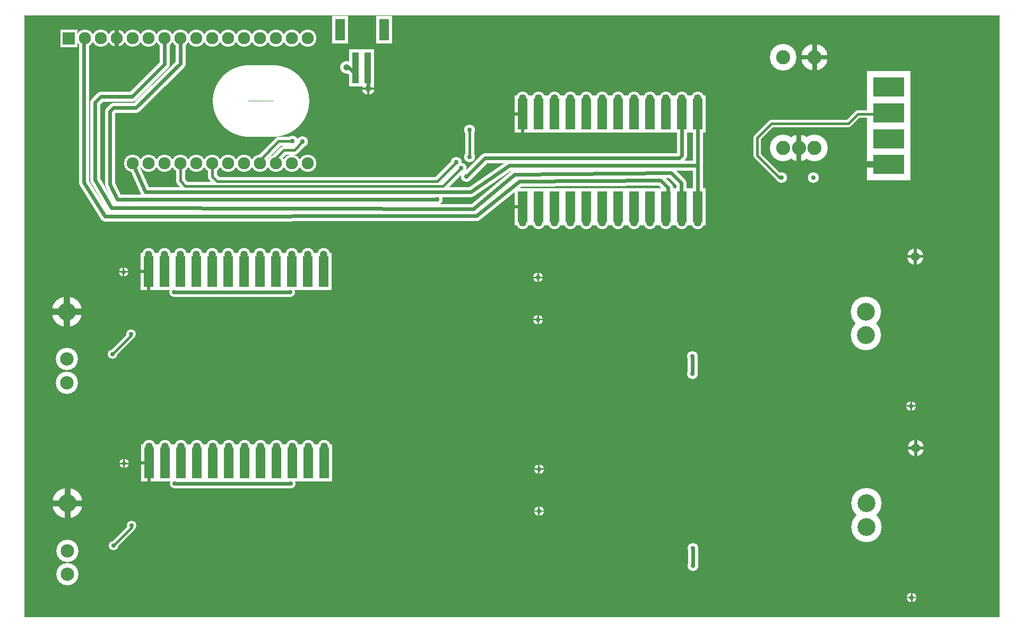
<source format=gbr>
%FSLAX34Y34*%
%MOMM*%
%LNCOPPER_BOTTOM*%
G71*
G01*
%ADD10C,4.250*%
%ADD11C,3.550*%
%ADD12C,4.850*%
%ADD13C,2.600*%
%ADD14C,1.700*%
%ADD15C,1.600*%
%ADD16C,1.500*%
%ADD17C,1.200*%
%ADD18R,2.550X6.000*%
%ADD19C,1.400*%
%ADD20C,2.050*%
%ADD21C,1.750*%
%ADD22C,1.550*%
%ADD23R,7.000X5.050*%
%ADD24C,11.400*%
%ADD25C,2.750*%
%ADD26R,2.000X6.000*%
%ADD27R,2.500X4.400*%
%ADD28C,2.000*%
%ADD29C,0.750*%
%ADD30C,0.950*%
%ADD31C,0.467*%
%ADD32C,0.233*%
%ADD33C,0.517*%
%ADD34C,0.250*%
%ADD35C,1.017*%
%ADD36C,0.650*%
%ADD37C,0.333*%
%ADD38C,2.250*%
%ADD39C,2.150*%
%ADD40C,2.850*%
%ADD41C,1.400*%
%ADD42C,0.700*%
%ADD43C,0.600*%
%ADD44C,0.400*%
%ADD45R,1.550X5.000*%
%ADD46C,1.250*%
%ADD47C,0.750*%
%ADD48R,5.000X3.050*%
%ADD49C,0.000*%
%ADD50C,1.950*%
%ADD51R,1.000X5.000*%
%ADD52R,1.500X3.400*%
%ADD53C,1.000*%
%LPD*%
G36*
X0Y1500000D02*
X1556000Y1500000D01*
X1556000Y539000D01*
X0Y539000D01*
X0Y1500000D01*
G37*
%LPC*%
X1211100Y1287700D02*
G54D10*
D03*
X1261100Y1287700D02*
G54D10*
D03*
X1236100Y1287700D02*
G54D10*
D03*
X1211100Y1432700D02*
G54D10*
D03*
X1261100Y1432700D02*
G54D10*
D03*
X67800Y913200D02*
G54D11*
D03*
X67800Y950900D02*
G54D11*
D03*
X67800Y1026300D02*
G54D12*
D03*
X1342700Y989000D02*
G54D12*
D03*
X1342700Y1026700D02*
G54D12*
D03*
X1421503Y1114674D02*
G54D13*
D03*
X1066000Y927000D02*
G54D14*
D03*
X1066000Y955000D02*
G54D14*
D03*
G54D15*
X1066000Y955000D02*
X1066000Y927000D01*
X158000Y1090000D02*
G54D16*
D03*
X141000Y959000D02*
G54D16*
D03*
X170000Y991000D02*
G54D16*
D03*
G54D17*
X170000Y991000D02*
X170000Y988000D01*
X141000Y959000D01*
X477700Y1091000D02*
G54D18*
D03*
X452300Y1091000D02*
G54D18*
D03*
X426900Y1091000D02*
G54D18*
D03*
X401500Y1091000D02*
G54D18*
D03*
X376100Y1091000D02*
G54D18*
D03*
X350700Y1091000D02*
G54D18*
D03*
X325300Y1091000D02*
G54D18*
D03*
X299900Y1091000D02*
G54D18*
D03*
X274500Y1091000D02*
G54D18*
D03*
X249100Y1091000D02*
G54D18*
D03*
X223700Y1091000D02*
G54D18*
D03*
X198300Y1091000D02*
G54D18*
D03*
X239000Y1058000D02*
G54D16*
D03*
X424200Y1058000D02*
G54D16*
D03*
G54D19*
X239000Y1058000D02*
X424200Y1058000D01*
X223700Y1091000D02*
G54D16*
D03*
X249100Y1091000D02*
G54D16*
D03*
X274500Y1091000D02*
G54D16*
D03*
X299900Y1091000D02*
G54D16*
D03*
X325300Y1091000D02*
G54D16*
D03*
X350700Y1091000D02*
G54D16*
D03*
X376100Y1091000D02*
G54D16*
D03*
X401500Y1091000D02*
G54D16*
D03*
X426900Y1091000D02*
G54D16*
D03*
X452300Y1091000D02*
G54D16*
D03*
X477700Y1091000D02*
G54D16*
D03*
X198300Y1091000D02*
G54D16*
D03*
X198400Y1118200D02*
G54D20*
D03*
X223800Y1118200D02*
G54D20*
D03*
X249200Y1118200D02*
G54D20*
D03*
X274600Y1118200D02*
G54D20*
D03*
X300000Y1118200D02*
G54D20*
D03*
X325400Y1118200D02*
G54D20*
D03*
X350800Y1118200D02*
G54D20*
D03*
X376200Y1118200D02*
G54D20*
D03*
X401600Y1118200D02*
G54D20*
D03*
X427000Y1118200D02*
G54D20*
D03*
X452400Y1118200D02*
G54D20*
D03*
X477800Y1118200D02*
G54D20*
D03*
X1379400Y1385500D02*
G54D21*
D03*
X1259300Y1240300D02*
G54D21*
D03*
X1208500Y1240300D02*
G54D21*
D03*
X820000Y1081000D02*
G54D22*
D03*
X820000Y1014000D02*
G54D22*
D03*
X1415000Y876000D02*
G54D22*
D03*
X68800Y607200D02*
G54D11*
D03*
X68800Y644900D02*
G54D11*
D03*
X68800Y720300D02*
G54D12*
D03*
X1343700Y683000D02*
G54D12*
D03*
X1343700Y720700D02*
G54D12*
D03*
X1422503Y808674D02*
G54D13*
D03*
X1067000Y621000D02*
G54D14*
D03*
X1067000Y649000D02*
G54D14*
D03*
G54D15*
X1067000Y649000D02*
X1067000Y621000D01*
X159000Y784000D02*
G54D16*
D03*
X142000Y653000D02*
G54D16*
D03*
X171000Y685000D02*
G54D16*
D03*
G54D17*
X171000Y685000D02*
X171000Y682000D01*
X142000Y653000D01*
X478700Y785000D02*
G54D18*
D03*
X453300Y785000D02*
G54D18*
D03*
X427900Y785000D02*
G54D18*
D03*
X402500Y785000D02*
G54D18*
D03*
X377100Y785000D02*
G54D18*
D03*
X351700Y785000D02*
G54D18*
D03*
X326300Y785000D02*
G54D18*
D03*
X300900Y785000D02*
G54D18*
D03*
X275500Y785000D02*
G54D18*
D03*
X250100Y785000D02*
G54D18*
D03*
X224700Y785000D02*
G54D18*
D03*
X199300Y785000D02*
G54D18*
D03*
X240000Y752000D02*
G54D16*
D03*
X425200Y752000D02*
G54D16*
D03*
G54D19*
X240000Y752000D02*
X425200Y752000D01*
X224700Y785000D02*
G54D16*
D03*
X250100Y785000D02*
G54D16*
D03*
X275500Y785000D02*
G54D16*
D03*
X300900Y785000D02*
G54D16*
D03*
X326300Y785000D02*
G54D16*
D03*
X351700Y785000D02*
G54D16*
D03*
X377100Y785000D02*
G54D16*
D03*
X402500Y785000D02*
G54D16*
D03*
X427900Y785000D02*
G54D16*
D03*
X453300Y785000D02*
G54D16*
D03*
X478700Y785000D02*
G54D16*
D03*
X199300Y785000D02*
G54D16*
D03*
X821000Y775000D02*
G54D22*
D03*
X821000Y708000D02*
G54D22*
D03*
X1416000Y570000D02*
G54D22*
D03*
X199400Y811200D02*
G54D20*
D03*
X224800Y811200D02*
G54D20*
D03*
X250200Y811200D02*
G54D20*
D03*
X275600Y811200D02*
G54D20*
D03*
X301000Y811200D02*
G54D20*
D03*
X326400Y811200D02*
G54D20*
D03*
X351800Y811200D02*
G54D20*
D03*
X377200Y811200D02*
G54D20*
D03*
X402600Y811200D02*
G54D20*
D03*
X428000Y811200D02*
G54D20*
D03*
X453400Y811200D02*
G54D20*
D03*
X478800Y811200D02*
G54D20*
D03*
X1379400Y1385500D02*
G54D23*
D03*
X1379400Y1343500D02*
G54D23*
D03*
X1379400Y1302500D02*
G54D23*
D03*
X1379400Y1261500D02*
G54D23*
D03*
X1379400Y1343500D02*
G54D22*
D03*
X1379400Y1302500D02*
G54D22*
D03*
X1379400Y1261500D02*
G54D22*
D03*
G54D17*
X1203000Y1242000D02*
X1206800Y1242000D01*
X1208500Y1240300D01*
X1204700Y1240300D01*
X1169000Y1276000D01*
X1169000Y1304000D01*
X1192000Y1327000D01*
X1315000Y1327000D01*
X1330000Y1342000D01*
X1377900Y1342000D01*
X1379400Y1343500D01*
X1074700Y1194000D02*
G54D18*
D03*
X1049300Y1194000D02*
G54D18*
D03*
X1023900Y1194000D02*
G54D18*
D03*
X998500Y1194000D02*
G54D18*
D03*
X973100Y1194000D02*
G54D18*
D03*
X947700Y1194000D02*
G54D18*
D03*
X922300Y1194000D02*
G54D18*
D03*
X896900Y1194000D02*
G54D18*
D03*
X871500Y1194000D02*
G54D18*
D03*
X846100Y1194000D02*
G54D18*
D03*
X820700Y1194000D02*
G54D18*
D03*
X795300Y1194000D02*
G54D18*
D03*
X820700Y1194000D02*
G54D16*
D03*
X846100Y1194000D02*
G54D16*
D03*
X871500Y1194000D02*
G54D16*
D03*
X896900Y1194000D02*
G54D16*
D03*
X922300Y1194000D02*
G54D16*
D03*
X947700Y1194000D02*
G54D16*
D03*
X973100Y1194000D02*
G54D16*
D03*
X998500Y1194000D02*
G54D16*
D03*
X1023900Y1194000D02*
G54D16*
D03*
X1049300Y1194000D02*
G54D16*
D03*
X1074700Y1194000D02*
G54D16*
D03*
X795300Y1194000D02*
G54D16*
D03*
X1074700Y1342000D02*
G54D18*
D03*
X1049300Y1342000D02*
G54D18*
D03*
X1023900Y1342000D02*
G54D18*
D03*
X998500Y1342000D02*
G54D18*
D03*
X973100Y1342000D02*
G54D18*
D03*
X947700Y1342000D02*
G54D18*
D03*
X922300Y1342000D02*
G54D18*
D03*
X896900Y1342000D02*
G54D18*
D03*
X871500Y1342000D02*
G54D18*
D03*
X846100Y1342000D02*
G54D18*
D03*
X820700Y1342000D02*
G54D18*
D03*
X795300Y1342000D02*
G54D18*
D03*
X820700Y1342000D02*
G54D16*
D03*
X846100Y1342000D02*
G54D16*
D03*
X871500Y1342000D02*
G54D16*
D03*
X896900Y1342000D02*
G54D16*
D03*
X922300Y1342000D02*
G54D16*
D03*
X947700Y1342000D02*
G54D16*
D03*
X973100Y1342000D02*
G54D16*
D03*
X998500Y1342000D02*
G54D16*
D03*
X1023900Y1342000D02*
G54D16*
D03*
X1049300Y1342000D02*
G54D16*
D03*
X1074700Y1342000D02*
G54D16*
D03*
X795300Y1342000D02*
G54D16*
D03*
X795400Y1168200D02*
G54D20*
D03*
X820800Y1168200D02*
G54D20*
D03*
X846200Y1168200D02*
G54D20*
D03*
X871600Y1168200D02*
G54D20*
D03*
X897000Y1168200D02*
G54D20*
D03*
X922400Y1168200D02*
G54D20*
D03*
X947800Y1168200D02*
G54D20*
D03*
X973200Y1168200D02*
G54D20*
D03*
X998600Y1168200D02*
G54D20*
D03*
X1024000Y1168200D02*
G54D20*
D03*
X1049400Y1168200D02*
G54D20*
D03*
X1074800Y1168200D02*
G54D20*
D03*
X795400Y1367200D02*
G54D20*
D03*
X820800Y1367200D02*
G54D20*
D03*
X846200Y1367200D02*
G54D20*
D03*
X871600Y1367200D02*
G54D20*
D03*
X897000Y1367200D02*
G54D20*
D03*
X922400Y1367200D02*
G54D20*
D03*
X947800Y1367200D02*
G54D20*
D03*
X973200Y1367200D02*
G54D20*
D03*
X998600Y1367200D02*
G54D20*
D03*
X1024000Y1367200D02*
G54D20*
D03*
X1049400Y1367200D02*
G54D20*
D03*
X1074800Y1367200D02*
G54D20*
D03*
G54D24*
X357000Y1363000D02*
X397000Y1363000D01*
G36*
X57250Y1476750D02*
X84750Y1476750D01*
X84750Y1449250D01*
X57250Y1449250D01*
X57250Y1476750D01*
G37*
X96400Y1463000D02*
G54D25*
D03*
X121800Y1463000D02*
G54D25*
D03*
X147200Y1463000D02*
G54D25*
D03*
X172600Y1463000D02*
G54D25*
D03*
X198000Y1463000D02*
G54D25*
D03*
X223400Y1463000D02*
G54D25*
D03*
X248800Y1463000D02*
G54D25*
D03*
X274200Y1463000D02*
G54D25*
D03*
X299600Y1463000D02*
G54D25*
D03*
X325000Y1463000D02*
G54D25*
D03*
X350400Y1463000D02*
G54D25*
D03*
X375800Y1463000D02*
G54D25*
D03*
X401200Y1463000D02*
G54D25*
D03*
X426600Y1463000D02*
G54D25*
D03*
X452000Y1463000D02*
G54D25*
D03*
X172600Y1263000D02*
G54D25*
D03*
X198000Y1263000D02*
G54D25*
D03*
X223400Y1263000D02*
G54D25*
D03*
X248800Y1263000D02*
G54D25*
D03*
X274200Y1263000D02*
G54D25*
D03*
X299600Y1263000D02*
G54D25*
D03*
X325000Y1263000D02*
G54D25*
D03*
X350400Y1263000D02*
G54D25*
D03*
X375800Y1263000D02*
G54D25*
D03*
X401200Y1263000D02*
G54D25*
D03*
X426600Y1263000D02*
G54D25*
D03*
X452000Y1263000D02*
G54D25*
D03*
X548000Y1416000D02*
G54D26*
D03*
X528000Y1416000D02*
G54D26*
D03*
X504000Y1477000D02*
G54D27*
D03*
X574000Y1477000D02*
G54D27*
D03*
X514000Y1417000D02*
G54D28*
D03*
X549000Y1383000D02*
G54D28*
D03*
G54D15*
X549000Y1383000D02*
X549000Y1407000D01*
X548000Y1408000D01*
G54D15*
X514000Y1417000D02*
X517000Y1417000D01*
X527000Y1407000D01*
G54D15*
X1074800Y1367200D02*
X1074800Y1168200D01*
G54D15*
X172600Y1263000D02*
X193000Y1218000D01*
X712000Y1218000D01*
X774000Y1260000D01*
X1072000Y1260000D01*
X1073000Y1261000D01*
G54D15*
X1026900Y1187000D02*
X1026900Y1224100D01*
X1015000Y1236000D01*
X790000Y1235000D01*
X721000Y1180000D01*
G54D15*
X721000Y1180000D02*
X129000Y1179000D01*
X95000Y1233000D01*
X95000Y1461600D01*
X96400Y1463000D01*
G54D15*
X223400Y1463000D02*
X223400Y1421400D01*
X172000Y1370000D01*
X122000Y1370000D01*
X113000Y1361000D01*
X113000Y1237000D01*
X139000Y1192000D01*
X716000Y1191000D01*
X782000Y1246000D01*
X1032000Y1248000D01*
X1048000Y1232000D01*
X1048000Y1195300D01*
X1049300Y1194000D01*
G54D15*
X248800Y1463000D02*
X248800Y1422800D01*
X178000Y1352000D01*
X142000Y1352000D01*
X136000Y1346000D01*
X136000Y1230000D01*
X148000Y1206000D01*
X659000Y1206000D01*
G54D15*
X1049300Y1342000D02*
X1049300Y1276300D01*
X1045000Y1272000D01*
X735000Y1272000D01*
X705000Y1242000D01*
X705000Y1242000D02*
G54D21*
D03*
X659000Y1206000D02*
G54D21*
D03*
X428000Y1299000D02*
G54D21*
D03*
X444000Y1298000D02*
G54D21*
D03*
G54D19*
X375800Y1263000D02*
X375800Y1268800D01*
X406000Y1299000D01*
X428000Y1299000D01*
G54D19*
X401200Y1263000D02*
X401200Y1272200D01*
X414000Y1285000D01*
X431000Y1285000D01*
X444000Y1298000D01*
X710000Y1274000D02*
G54D21*
D03*
X710000Y1317000D02*
G54D21*
D03*
G54D19*
X710000Y1317000D02*
X710000Y1274000D01*
G54D19*
X248800Y1263000D02*
X248800Y1235200D01*
X257000Y1227000D01*
X668000Y1227000D01*
X697000Y1256000D01*
G54D19*
X299600Y1263000D02*
X299600Y1242400D01*
X307000Y1235000D01*
X659000Y1235000D01*
X689000Y1265000D01*
X697000Y1256000D02*
G54D21*
D03*
X689000Y1265000D02*
G54D21*
D03*
%LPD*%
G54D29*
G36*
X1232350Y1287700D02*
X1232350Y1309450D01*
X1239850Y1309450D01*
X1239850Y1287700D01*
X1232350Y1287700D01*
G37*
G36*
X1239850Y1287700D02*
X1239850Y1265950D01*
X1232350Y1265950D01*
X1232350Y1287700D01*
X1239850Y1287700D01*
G37*
G54D29*
G36*
X1257350Y1432700D02*
X1257350Y1454450D01*
X1264850Y1454450D01*
X1264850Y1432700D01*
X1257350Y1432700D01*
G37*
G36*
X1261100Y1436450D02*
X1282850Y1436450D01*
X1282850Y1428950D01*
X1261100Y1428950D01*
X1261100Y1436450D01*
G37*
G36*
X1264850Y1432700D02*
X1264850Y1410950D01*
X1257350Y1410950D01*
X1257350Y1432700D01*
X1264850Y1432700D01*
G37*
G36*
X1261100Y1428950D02*
X1239350Y1428950D01*
X1239350Y1436450D01*
X1261100Y1436450D01*
X1261100Y1428950D01*
G37*
G54D30*
G36*
X63050Y1026300D02*
X63050Y1051050D01*
X72550Y1051050D01*
X72550Y1026300D01*
X63050Y1026300D01*
G37*
G36*
X67800Y1031050D02*
X92550Y1031050D01*
X92550Y1021550D01*
X67800Y1021550D01*
X67800Y1031050D01*
G37*
G36*
X72550Y1026300D02*
X72550Y1001550D01*
X63050Y1001550D01*
X63050Y1026300D01*
X72550Y1026300D01*
G37*
G36*
X67800Y1021550D02*
X43050Y1021550D01*
X43050Y1031050D01*
X67800Y1031050D01*
X67800Y1021550D01*
G37*
G54D31*
G36*
X1423836Y1114674D02*
X1423836Y1101174D01*
X1419170Y1101174D01*
X1419170Y1114674D01*
X1423836Y1114674D01*
G37*
G36*
X1421503Y1112341D02*
X1408003Y1112341D01*
X1408003Y1117007D01*
X1421503Y1117007D01*
X1421503Y1112341D01*
G37*
G36*
X1419170Y1114674D02*
X1419170Y1128174D01*
X1423836Y1128174D01*
X1423836Y1114674D01*
X1419170Y1114674D01*
G37*
G36*
X1421503Y1117007D02*
X1435003Y1117007D01*
X1435003Y1112341D01*
X1421503Y1112341D01*
X1421503Y1117007D01*
G37*
G54D32*
G36*
X156833Y1090000D02*
X156833Y1098000D01*
X159167Y1098000D01*
X159167Y1090000D01*
X156833Y1090000D01*
G37*
G36*
X158000Y1091167D02*
X166000Y1091167D01*
X166000Y1088833D01*
X158000Y1088833D01*
X158000Y1091167D01*
G37*
G36*
X159167Y1090000D02*
X159167Y1082000D01*
X156833Y1082000D01*
X156833Y1090000D01*
X159167Y1090000D01*
G37*
G36*
X158000Y1088833D02*
X150000Y1088833D01*
X150000Y1091167D01*
X158000Y1091167D01*
X158000Y1088833D01*
G37*
G54D33*
G36*
X200884Y1091000D02*
X200884Y1060500D01*
X195716Y1060500D01*
X195716Y1091000D01*
X200884Y1091000D01*
G37*
G36*
X198300Y1088416D02*
X185050Y1088416D01*
X185050Y1093584D01*
X198300Y1093584D01*
X198300Y1088416D01*
G37*
G54D34*
G36*
X818750Y1081000D02*
X818750Y1089250D01*
X821250Y1089250D01*
X821250Y1081000D01*
X818750Y1081000D01*
G37*
G36*
X820000Y1082250D02*
X828250Y1082250D01*
X828250Y1079750D01*
X820000Y1079750D01*
X820000Y1082250D01*
G37*
G36*
X821250Y1081000D02*
X821250Y1072750D01*
X818750Y1072750D01*
X818750Y1081000D01*
X821250Y1081000D01*
G37*
G36*
X820000Y1079750D02*
X811750Y1079750D01*
X811750Y1082250D01*
X820000Y1082250D01*
X820000Y1079750D01*
G37*
G54D34*
G36*
X818750Y1014000D02*
X818750Y1022250D01*
X821250Y1022250D01*
X821250Y1014000D01*
X818750Y1014000D01*
G37*
G36*
X820000Y1015250D02*
X828250Y1015250D01*
X828250Y1012750D01*
X820000Y1012750D01*
X820000Y1015250D01*
G37*
G36*
X821250Y1014000D02*
X821250Y1005750D01*
X818750Y1005750D01*
X818750Y1014000D01*
X821250Y1014000D01*
G37*
G36*
X820000Y1012750D02*
X811750Y1012750D01*
X811750Y1015250D01*
X820000Y1015250D01*
X820000Y1012750D01*
G37*
G54D34*
G36*
X1413750Y876000D02*
X1413750Y884250D01*
X1416250Y884250D01*
X1416250Y876000D01*
X1413750Y876000D01*
G37*
G36*
X1415000Y877250D02*
X1423250Y877250D01*
X1423250Y874750D01*
X1415000Y874750D01*
X1415000Y877250D01*
G37*
G36*
X1416250Y876000D02*
X1416250Y867750D01*
X1413750Y867750D01*
X1413750Y876000D01*
X1416250Y876000D01*
G37*
G36*
X1415000Y874750D02*
X1406750Y874750D01*
X1406750Y877250D01*
X1415000Y877250D01*
X1415000Y874750D01*
G37*
G54D30*
G36*
X64050Y720300D02*
X64050Y745050D01*
X73550Y745050D01*
X73550Y720300D01*
X64050Y720300D01*
G37*
G36*
X68800Y725050D02*
X93550Y725050D01*
X93550Y715550D01*
X68800Y715550D01*
X68800Y725050D01*
G37*
G36*
X73550Y720300D02*
X73550Y695550D01*
X64050Y695550D01*
X64050Y720300D01*
X73550Y720300D01*
G37*
G36*
X68800Y715550D02*
X44050Y715550D01*
X44050Y725050D01*
X68800Y725050D01*
X68800Y715550D01*
G37*
G54D31*
G36*
X1424836Y808674D02*
X1424836Y795174D01*
X1420170Y795174D01*
X1420170Y808674D01*
X1424836Y808674D01*
G37*
G36*
X1422503Y806341D02*
X1409003Y806341D01*
X1409003Y811007D01*
X1422503Y811007D01*
X1422503Y806341D01*
G37*
G36*
X1420170Y808674D02*
X1420170Y822174D01*
X1424836Y822174D01*
X1424836Y808674D01*
X1420170Y808674D01*
G37*
G36*
X1422503Y811007D02*
X1436003Y811007D01*
X1436003Y806341D01*
X1422503Y806341D01*
X1422503Y811007D01*
G37*
G54D32*
G36*
X157833Y784000D02*
X157833Y792000D01*
X160167Y792000D01*
X160167Y784000D01*
X157833Y784000D01*
G37*
G36*
X159000Y785167D02*
X167000Y785167D01*
X167000Y782833D01*
X159000Y782833D01*
X159000Y785167D01*
G37*
G36*
X160167Y784000D02*
X160167Y776000D01*
X157833Y776000D01*
X157833Y784000D01*
X160167Y784000D01*
G37*
G36*
X159000Y782833D02*
X151000Y782833D01*
X151000Y785167D01*
X159000Y785167D01*
X159000Y782833D01*
G37*
G54D33*
G36*
X201884Y785000D02*
X201884Y754500D01*
X196716Y754500D01*
X196716Y785000D01*
X201884Y785000D01*
G37*
G36*
X199300Y782416D02*
X186050Y782416D01*
X186050Y787584D01*
X199300Y787584D01*
X199300Y782416D01*
G37*
G54D34*
G36*
X819750Y775000D02*
X819750Y783250D01*
X822250Y783250D01*
X822250Y775000D01*
X819750Y775000D01*
G37*
G36*
X821000Y776250D02*
X829250Y776250D01*
X829250Y773750D01*
X821000Y773750D01*
X821000Y776250D01*
G37*
G36*
X822250Y775000D02*
X822250Y766750D01*
X819750Y766750D01*
X819750Y775000D01*
X822250Y775000D01*
G37*
G36*
X821000Y773750D02*
X812750Y773750D01*
X812750Y776250D01*
X821000Y776250D01*
X821000Y773750D01*
G37*
G54D34*
G36*
X819750Y708000D02*
X819750Y716250D01*
X822250Y716250D01*
X822250Y708000D01*
X819750Y708000D01*
G37*
G36*
X821000Y709250D02*
X829250Y709250D01*
X829250Y706750D01*
X821000Y706750D01*
X821000Y709250D01*
G37*
G36*
X822250Y708000D02*
X822250Y699750D01*
X819750Y699750D01*
X819750Y708000D01*
X822250Y708000D01*
G37*
G36*
X821000Y706750D02*
X812750Y706750D01*
X812750Y709250D01*
X821000Y709250D01*
X821000Y706750D01*
G37*
G54D34*
G36*
X1414750Y570000D02*
X1414750Y578250D01*
X1417250Y578250D01*
X1417250Y570000D01*
X1414750Y570000D01*
G37*
G36*
X1416000Y571250D02*
X1424250Y571250D01*
X1424250Y568750D01*
X1416000Y568750D01*
X1416000Y571250D01*
G37*
G36*
X1417250Y570000D02*
X1417250Y561750D01*
X1414750Y561750D01*
X1414750Y570000D01*
X1417250Y570000D01*
G37*
G36*
X1416000Y568750D02*
X1407750Y568750D01*
X1407750Y571250D01*
X1416000Y571250D01*
X1416000Y568750D01*
G37*
G54D35*
G36*
X1379400Y1256416D02*
X1343900Y1256416D01*
X1343900Y1266584D01*
X1379400Y1266584D01*
X1379400Y1256416D01*
G37*
G54D33*
G36*
X797884Y1194000D02*
X797884Y1163500D01*
X792716Y1163500D01*
X792716Y1194000D01*
X797884Y1194000D01*
G37*
G36*
X795300Y1191416D02*
X782050Y1191416D01*
X782050Y1196584D01*
X795300Y1196584D01*
X795300Y1191416D01*
G37*
G54D33*
G36*
X797884Y1342000D02*
X797884Y1311500D01*
X792716Y1311500D01*
X792716Y1342000D01*
X797884Y1342000D01*
G37*
G36*
X795300Y1339416D02*
X782050Y1339416D01*
X782050Y1344584D01*
X795300Y1344584D01*
X795300Y1339416D01*
G37*
G54D36*
G36*
X143950Y1463000D02*
X143950Y1477250D01*
X150450Y1477250D01*
X150450Y1463000D01*
X143950Y1463000D01*
G37*
G36*
X150450Y1463000D02*
X150450Y1448750D01*
X143950Y1448750D01*
X143950Y1463000D01*
X150450Y1463000D01*
G37*
G54D37*
G36*
X547333Y1383000D02*
X547333Y1393500D01*
X550667Y1393500D01*
X550667Y1383000D01*
X547333Y1383000D01*
G37*
G36*
X549000Y1384667D02*
X559500Y1384667D01*
X559500Y1381333D01*
X549000Y1381333D01*
X549000Y1384667D01*
G37*
G36*
X550667Y1383000D02*
X550667Y1372500D01*
X547333Y1372500D01*
X547333Y1383000D01*
X550667Y1383000D01*
G37*
G36*
X549000Y1381333D02*
X538500Y1381333D01*
X538500Y1384667D01*
X549000Y1384667D01*
X549000Y1381333D01*
G37*
X1211100Y1287700D02*
G54D38*
D03*
X1261100Y1287700D02*
G54D38*
D03*
X1236100Y1287700D02*
G54D38*
D03*
X1211100Y1432700D02*
G54D38*
D03*
X1261100Y1432700D02*
G54D38*
D03*
X67800Y913200D02*
G54D39*
D03*
X67800Y950900D02*
G54D39*
D03*
X67800Y1026300D02*
G54D40*
D03*
X1342700Y989000D02*
G54D40*
D03*
X1342700Y1026700D02*
G54D40*
D03*
X1421503Y1114674D02*
G54D41*
D03*
X1066000Y927000D02*
G54D42*
D03*
X1066000Y955000D02*
G54D42*
D03*
G54D43*
X1066000Y955000D02*
X1066000Y927000D01*
X158000Y1090000D02*
G54D42*
D03*
X141000Y959000D02*
G54D42*
D03*
X170000Y991000D02*
G54D42*
D03*
G54D44*
X170000Y991000D02*
X170000Y988000D01*
X141000Y959000D01*
X477700Y1091000D02*
G54D45*
D03*
X452300Y1091000D02*
G54D45*
D03*
X426900Y1091000D02*
G54D45*
D03*
X401500Y1091000D02*
G54D45*
D03*
X376100Y1091000D02*
G54D45*
D03*
X350700Y1091000D02*
G54D45*
D03*
X325300Y1091000D02*
G54D45*
D03*
X299900Y1091000D02*
G54D45*
D03*
X274500Y1091000D02*
G54D45*
D03*
X249100Y1091000D02*
G54D45*
D03*
X223700Y1091000D02*
G54D45*
D03*
X198300Y1091000D02*
G54D45*
D03*
X239000Y1058000D02*
G54D42*
D03*
X424200Y1058000D02*
G54D42*
D03*
G54D43*
X239000Y1058000D02*
X424200Y1058000D01*
X223700Y1091000D02*
G54D42*
D03*
X249100Y1091000D02*
G54D42*
D03*
X274500Y1091000D02*
G54D42*
D03*
X299900Y1091000D02*
G54D42*
D03*
X325300Y1091000D02*
G54D42*
D03*
X350700Y1091000D02*
G54D42*
D03*
X376100Y1091000D02*
G54D42*
D03*
X401500Y1091000D02*
G54D42*
D03*
X426900Y1091000D02*
G54D42*
D03*
X452300Y1091000D02*
G54D42*
D03*
X477700Y1091000D02*
G54D42*
D03*
X198300Y1091000D02*
G54D42*
D03*
X198400Y1118200D02*
G54D46*
D03*
X223800Y1118200D02*
G54D46*
D03*
X249200Y1118200D02*
G54D46*
D03*
X274600Y1118200D02*
G54D46*
D03*
X300000Y1118200D02*
G54D46*
D03*
X325400Y1118200D02*
G54D46*
D03*
X350800Y1118200D02*
G54D46*
D03*
X376200Y1118200D02*
G54D46*
D03*
X401600Y1118200D02*
G54D46*
D03*
X427000Y1118200D02*
G54D46*
D03*
X452400Y1118200D02*
G54D46*
D03*
X477800Y1118200D02*
G54D46*
D03*
X1379400Y1385500D02*
G54D47*
D03*
X1259300Y1240300D02*
G54D47*
D03*
X1208500Y1240300D02*
G54D47*
D03*
X820000Y1081000D02*
G54D47*
D03*
X820000Y1014000D02*
G54D47*
D03*
X1415000Y876000D02*
G54D47*
D03*
X68800Y607200D02*
G54D39*
D03*
X68800Y644900D02*
G54D39*
D03*
X68800Y720300D02*
G54D40*
D03*
X1343700Y683000D02*
G54D40*
D03*
X1343700Y720700D02*
G54D40*
D03*
X1422503Y808674D02*
G54D41*
D03*
X1067000Y621000D02*
G54D42*
D03*
X1067000Y649000D02*
G54D42*
D03*
G54D43*
X1067000Y649000D02*
X1067000Y621000D01*
X159000Y784000D02*
G54D42*
D03*
X142000Y653000D02*
G54D42*
D03*
X171000Y685000D02*
G54D42*
D03*
G54D44*
X171000Y685000D02*
X171000Y682000D01*
X142000Y653000D01*
X478700Y785000D02*
G54D45*
D03*
X453300Y785000D02*
G54D45*
D03*
X427900Y785000D02*
G54D45*
D03*
X402500Y785000D02*
G54D45*
D03*
X377100Y785000D02*
G54D45*
D03*
X351700Y785000D02*
G54D45*
D03*
X326300Y785000D02*
G54D45*
D03*
X300900Y785000D02*
G54D45*
D03*
X275500Y785000D02*
G54D45*
D03*
X250100Y785000D02*
G54D45*
D03*
X224700Y785000D02*
G54D45*
D03*
X199300Y785000D02*
G54D45*
D03*
X240000Y752000D02*
G54D42*
D03*
X425200Y752000D02*
G54D42*
D03*
G54D43*
X240000Y752000D02*
X425200Y752000D01*
X224700Y785000D02*
G54D42*
D03*
X250100Y785000D02*
G54D42*
D03*
X275500Y785000D02*
G54D42*
D03*
X300900Y785000D02*
G54D42*
D03*
X326300Y785000D02*
G54D42*
D03*
X351700Y785000D02*
G54D42*
D03*
X377100Y785000D02*
G54D42*
D03*
X402500Y785000D02*
G54D42*
D03*
X427900Y785000D02*
G54D42*
D03*
X453300Y785000D02*
G54D42*
D03*
X478700Y785000D02*
G54D42*
D03*
X199300Y785000D02*
G54D42*
D03*
X821000Y775000D02*
G54D47*
D03*
X821000Y708000D02*
G54D47*
D03*
X1416000Y570000D02*
G54D47*
D03*
X199400Y811200D02*
G54D46*
D03*
X224800Y811200D02*
G54D46*
D03*
X250200Y811200D02*
G54D46*
D03*
X275600Y811200D02*
G54D46*
D03*
X301000Y811200D02*
G54D46*
D03*
X326400Y811200D02*
G54D46*
D03*
X351800Y811200D02*
G54D46*
D03*
X377200Y811200D02*
G54D46*
D03*
X402600Y811200D02*
G54D46*
D03*
X428000Y811200D02*
G54D46*
D03*
X453400Y811200D02*
G54D46*
D03*
X478800Y811200D02*
G54D46*
D03*
X1379400Y1385500D02*
G54D48*
D03*
X1379400Y1343500D02*
G54D48*
D03*
X1379400Y1302500D02*
G54D48*
D03*
X1379400Y1261500D02*
G54D48*
D03*
X1379400Y1343500D02*
G54D47*
D03*
X1379400Y1302500D02*
G54D47*
D03*
X1379400Y1261500D02*
G54D47*
D03*
G54D44*
X1203000Y1242000D02*
X1206800Y1242000D01*
X1208500Y1240300D01*
X1204700Y1240300D01*
X1169000Y1276000D01*
X1169000Y1304000D01*
X1192000Y1327000D01*
X1315000Y1327000D01*
X1330000Y1342000D01*
X1377900Y1342000D01*
X1379400Y1343500D01*
X1074700Y1194000D02*
G54D45*
D03*
X1049300Y1194000D02*
G54D45*
D03*
X1023900Y1194000D02*
G54D45*
D03*
X998500Y1194000D02*
G54D45*
D03*
X973100Y1194000D02*
G54D45*
D03*
X947700Y1194000D02*
G54D45*
D03*
X922300Y1194000D02*
G54D45*
D03*
X896900Y1194000D02*
G54D45*
D03*
X871500Y1194000D02*
G54D45*
D03*
X846100Y1194000D02*
G54D45*
D03*
X820700Y1194000D02*
G54D45*
D03*
X795300Y1194000D02*
G54D45*
D03*
X820700Y1194000D02*
G54D42*
D03*
X846100Y1194000D02*
G54D42*
D03*
X871500Y1194000D02*
G54D42*
D03*
X896900Y1194000D02*
G54D42*
D03*
X922300Y1194000D02*
G54D42*
D03*
X947700Y1194000D02*
G54D42*
D03*
X973100Y1194000D02*
G54D42*
D03*
X998500Y1194000D02*
G54D42*
D03*
X1023900Y1194000D02*
G54D42*
D03*
X1049300Y1194000D02*
G54D42*
D03*
X1074700Y1194000D02*
G54D42*
D03*
X795300Y1194000D02*
G54D42*
D03*
X1074700Y1342000D02*
G54D45*
D03*
X1049300Y1342000D02*
G54D45*
D03*
X1023900Y1342000D02*
G54D45*
D03*
X998500Y1342000D02*
G54D45*
D03*
X973100Y1342000D02*
G54D45*
D03*
X947700Y1342000D02*
G54D45*
D03*
X922300Y1342000D02*
G54D45*
D03*
X896900Y1342000D02*
G54D45*
D03*
X871500Y1342000D02*
G54D45*
D03*
X846100Y1342000D02*
G54D45*
D03*
X820700Y1342000D02*
G54D45*
D03*
X795300Y1342000D02*
G54D45*
D03*
X820700Y1342000D02*
G54D42*
D03*
X846100Y1342000D02*
G54D42*
D03*
X871500Y1342000D02*
G54D42*
D03*
X896900Y1342000D02*
G54D42*
D03*
X922300Y1342000D02*
G54D42*
D03*
X947700Y1342000D02*
G54D42*
D03*
X973100Y1342000D02*
G54D42*
D03*
X998500Y1342000D02*
G54D42*
D03*
X1023900Y1342000D02*
G54D42*
D03*
X1049300Y1342000D02*
G54D42*
D03*
X1074700Y1342000D02*
G54D42*
D03*
X795300Y1342000D02*
G54D42*
D03*
X795400Y1168200D02*
G54D46*
D03*
X820800Y1168200D02*
G54D46*
D03*
X846200Y1168200D02*
G54D46*
D03*
X871600Y1168200D02*
G54D46*
D03*
X897000Y1168200D02*
G54D46*
D03*
X922400Y1168200D02*
G54D46*
D03*
X947800Y1168200D02*
G54D46*
D03*
X973200Y1168200D02*
G54D46*
D03*
X998600Y1168200D02*
G54D46*
D03*
X1024000Y1168200D02*
G54D46*
D03*
X1049400Y1168200D02*
G54D46*
D03*
X1074800Y1168200D02*
G54D46*
D03*
X795400Y1367200D02*
G54D46*
D03*
X820800Y1367200D02*
G54D46*
D03*
X846200Y1367200D02*
G54D46*
D03*
X871600Y1367200D02*
G54D46*
D03*
X897000Y1367200D02*
G54D46*
D03*
X922400Y1367200D02*
G54D46*
D03*
X947800Y1367200D02*
G54D46*
D03*
X973200Y1367200D02*
G54D46*
D03*
X998600Y1367200D02*
G54D46*
D03*
X1024000Y1367200D02*
G54D46*
D03*
X1049400Y1367200D02*
G54D46*
D03*
X1074800Y1367200D02*
G54D46*
D03*
G54D49*
X357000Y1363000D02*
X397000Y1363000D01*
G36*
X61250Y1472750D02*
X80750Y1472750D01*
X80750Y1453250D01*
X61250Y1453250D01*
X61250Y1472750D01*
G37*
X96400Y1463000D02*
G54D50*
D03*
X121800Y1463000D02*
G54D50*
D03*
X147200Y1463000D02*
G54D50*
D03*
X172600Y1463000D02*
G54D50*
D03*
X198000Y1463000D02*
G54D50*
D03*
X223400Y1463000D02*
G54D50*
D03*
X248800Y1463000D02*
G54D50*
D03*
X274200Y1463000D02*
G54D50*
D03*
X299600Y1463000D02*
G54D50*
D03*
X325000Y1463000D02*
G54D50*
D03*
X350400Y1463000D02*
G54D50*
D03*
X375800Y1463000D02*
G54D50*
D03*
X401200Y1463000D02*
G54D50*
D03*
X426600Y1463000D02*
G54D50*
D03*
X452000Y1463000D02*
G54D50*
D03*
X172600Y1263000D02*
G54D50*
D03*
X198000Y1263000D02*
G54D50*
D03*
X223400Y1263000D02*
G54D50*
D03*
X248800Y1263000D02*
G54D50*
D03*
X274200Y1263000D02*
G54D50*
D03*
X299600Y1263000D02*
G54D50*
D03*
X325000Y1263000D02*
G54D50*
D03*
X350400Y1263000D02*
G54D50*
D03*
X375800Y1263000D02*
G54D50*
D03*
X401200Y1263000D02*
G54D50*
D03*
X426600Y1263000D02*
G54D50*
D03*
X452000Y1263000D02*
G54D50*
D03*
X548000Y1416000D02*
G54D51*
D03*
X528000Y1416000D02*
G54D51*
D03*
X504000Y1477000D02*
G54D52*
D03*
X574000Y1477000D02*
G54D52*
D03*
X514000Y1417000D02*
G54D53*
D03*
X549000Y1383000D02*
G54D53*
D03*
G54D43*
X549000Y1383000D02*
X549000Y1407000D01*
X548000Y1408000D01*
G54D43*
X514000Y1417000D02*
X517000Y1417000D01*
X527000Y1407000D01*
G54D43*
X1074800Y1367200D02*
X1074800Y1168200D01*
G54D43*
X172600Y1263000D02*
X193000Y1218000D01*
X712000Y1218000D01*
X774000Y1260000D01*
X1072000Y1260000D01*
X1073000Y1261000D01*
G54D43*
X1026900Y1187000D02*
X1026900Y1224100D01*
X1015000Y1236000D01*
X790000Y1235000D01*
X721000Y1180000D01*
G54D43*
X721000Y1180000D02*
X129000Y1179000D01*
X95000Y1233000D01*
X95000Y1461600D01*
X96400Y1463000D01*
G54D43*
X223400Y1463000D02*
X223400Y1421400D01*
X172000Y1370000D01*
X122000Y1370000D01*
X113000Y1361000D01*
X113000Y1237000D01*
X139000Y1192000D01*
X716000Y1191000D01*
X782000Y1246000D01*
X1032000Y1248000D01*
X1048000Y1232000D01*
X1048000Y1195300D01*
X1049300Y1194000D01*
G54D43*
X248800Y1463000D02*
X248800Y1422800D01*
X178000Y1352000D01*
X142000Y1352000D01*
X136000Y1346000D01*
X136000Y1230000D01*
X148000Y1206000D01*
X659000Y1206000D01*
G54D43*
X1049300Y1342000D02*
X1049300Y1276300D01*
X1045000Y1272000D01*
X735000Y1272000D01*
X705000Y1242000D01*
X705000Y1242000D02*
G54D47*
D03*
X659000Y1206000D02*
G54D47*
D03*
X428000Y1299000D02*
G54D47*
D03*
X444000Y1298000D02*
G54D47*
D03*
G54D44*
X375800Y1263000D02*
X375800Y1268800D01*
X406000Y1299000D01*
X428000Y1299000D01*
G54D44*
X401200Y1263000D02*
X401200Y1272200D01*
X414000Y1285000D01*
X431000Y1285000D01*
X444000Y1298000D01*
X710000Y1274000D02*
G54D47*
D03*
X710000Y1317000D02*
G54D47*
D03*
G54D44*
X710000Y1317000D02*
X710000Y1274000D01*
G54D44*
X248800Y1263000D02*
X248800Y1235200D01*
X257000Y1227000D01*
X668000Y1227000D01*
X697000Y1256000D01*
G54D44*
X299600Y1263000D02*
X299600Y1242400D01*
X307000Y1235000D01*
X659000Y1235000D01*
X689000Y1265000D01*
X697000Y1256000D02*
G54D47*
D03*
X689000Y1265000D02*
G54D47*
D03*
M02*

</source>
